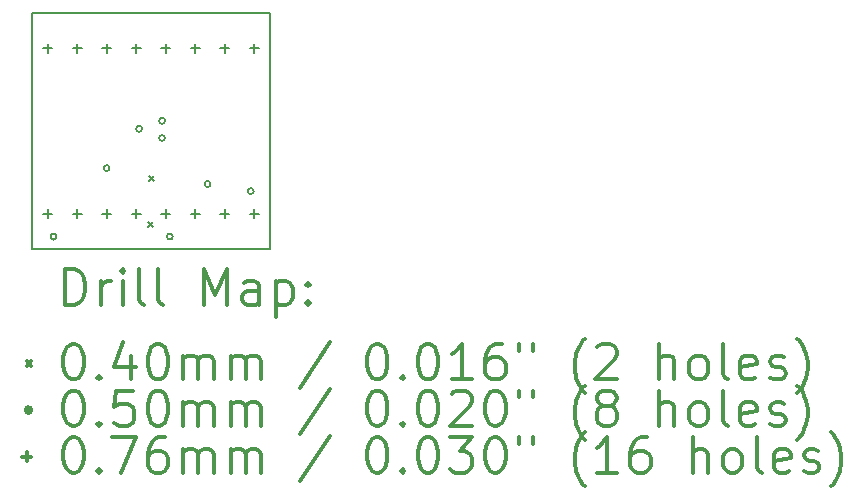
<source format=gbr>
%FSLAX45Y45*%
G04 Gerber Fmt 4.5, Leading zero omitted, Abs format (unit mm)*
G04 Created by KiCad (PCBNEW 5.1.6-c6e7f7d~87~ubuntu19.10.1) date 2020-11-06 01:06:04*
%MOMM*%
%LPD*%
G01*
G04 APERTURE LIST*
%TA.AperFunction,Profile*%
%ADD10C,0.150000*%
%TD*%
%ADD11C,0.200000*%
%ADD12C,0.300000*%
G04 APERTURE END LIST*
D10*
X6677960Y-3605340D02*
X6687960Y-3605340D01*
X6677960Y-5605340D02*
X6677960Y-3605340D01*
X6687960Y-5605340D02*
X6677960Y-5605340D01*
X8687960Y-5605340D02*
X6687960Y-5605340D01*
X8687960Y-3605340D02*
X8687960Y-5605340D01*
X6687960Y-3605340D02*
X8687960Y-3605340D01*
D11*
X7657960Y-5375340D02*
X7697960Y-5415340D01*
X7697960Y-5375340D02*
X7657960Y-5415340D01*
X7667958Y-4990340D02*
X7707958Y-5030340D01*
X7707958Y-4990340D02*
X7667958Y-5030340D01*
X6882960Y-5500340D02*
G75*
G03*
X6882960Y-5500340I-25000J0D01*
G01*
X7332960Y-4920340D02*
G75*
G03*
X7332960Y-4920340I-25000J0D01*
G01*
X7607809Y-4587840D02*
G75*
G03*
X7607809Y-4587840I-25000J0D01*
G01*
X7802960Y-4520340D02*
G75*
G03*
X7802960Y-4520340I-25000J0D01*
G01*
X7802960Y-4665340D02*
G75*
G03*
X7802960Y-4665340I-25000J0D01*
G01*
X7867960Y-5500340D02*
G75*
G03*
X7867960Y-5500340I-25000J0D01*
G01*
X8187960Y-5055340D02*
G75*
G03*
X8187960Y-5055340I-25000J0D01*
G01*
X8552960Y-5115340D02*
G75*
G03*
X8552960Y-5115340I-25000J0D01*
G01*
X6809770Y-3866920D02*
X6809770Y-3943120D01*
X6771670Y-3905020D02*
X6847870Y-3905020D01*
X6809770Y-5266920D02*
X6809770Y-5343120D01*
X6771670Y-5305020D02*
X6847870Y-5305020D01*
X7059770Y-3866920D02*
X7059770Y-3943120D01*
X7021670Y-3905020D02*
X7097870Y-3905020D01*
X7059770Y-5266920D02*
X7059770Y-5343120D01*
X7021670Y-5305020D02*
X7097870Y-5305020D01*
X7309770Y-3866920D02*
X7309770Y-3943120D01*
X7271670Y-3905020D02*
X7347870Y-3905020D01*
X7309770Y-5266920D02*
X7309770Y-5343120D01*
X7271670Y-5305020D02*
X7347870Y-5305020D01*
X7559770Y-3866920D02*
X7559770Y-3943120D01*
X7521670Y-3905020D02*
X7597870Y-3905020D01*
X7559770Y-5266920D02*
X7559770Y-5343120D01*
X7521670Y-5305020D02*
X7597870Y-5305020D01*
X7809770Y-3866920D02*
X7809770Y-3943120D01*
X7771670Y-3905020D02*
X7847870Y-3905020D01*
X7809770Y-5266920D02*
X7809770Y-5343120D01*
X7771670Y-5305020D02*
X7847870Y-5305020D01*
X8059770Y-3866920D02*
X8059770Y-3943120D01*
X8021670Y-3905020D02*
X8097870Y-3905020D01*
X8059770Y-5266920D02*
X8059770Y-5343120D01*
X8021670Y-5305020D02*
X8097870Y-5305020D01*
X8309770Y-3866920D02*
X8309770Y-3943120D01*
X8271670Y-3905020D02*
X8347870Y-3905020D01*
X8309770Y-5266920D02*
X8309770Y-5343120D01*
X8271670Y-5305020D02*
X8347870Y-5305020D01*
X8559770Y-3866920D02*
X8559770Y-3943120D01*
X8521670Y-3905020D02*
X8597870Y-3905020D01*
X8559770Y-5266920D02*
X8559770Y-5343120D01*
X8521670Y-5305020D02*
X8597870Y-5305020D01*
D12*
X6956888Y-6078554D02*
X6956888Y-5778554D01*
X7028317Y-5778554D01*
X7071174Y-5792840D01*
X7099746Y-5821411D01*
X7114031Y-5849983D01*
X7128317Y-5907126D01*
X7128317Y-5949983D01*
X7114031Y-6007126D01*
X7099746Y-6035697D01*
X7071174Y-6064269D01*
X7028317Y-6078554D01*
X6956888Y-6078554D01*
X7256888Y-6078554D02*
X7256888Y-5878554D01*
X7256888Y-5935697D02*
X7271174Y-5907126D01*
X7285460Y-5892840D01*
X7314031Y-5878554D01*
X7342603Y-5878554D01*
X7442603Y-6078554D02*
X7442603Y-5878554D01*
X7442603Y-5778554D02*
X7428317Y-5792840D01*
X7442603Y-5807126D01*
X7456888Y-5792840D01*
X7442603Y-5778554D01*
X7442603Y-5807126D01*
X7628317Y-6078554D02*
X7599746Y-6064269D01*
X7585460Y-6035697D01*
X7585460Y-5778554D01*
X7785460Y-6078554D02*
X7756888Y-6064269D01*
X7742603Y-6035697D01*
X7742603Y-5778554D01*
X8128317Y-6078554D02*
X8128317Y-5778554D01*
X8228317Y-5992840D01*
X8328317Y-5778554D01*
X8328317Y-6078554D01*
X8599746Y-6078554D02*
X8599746Y-5921411D01*
X8585460Y-5892840D01*
X8556888Y-5878554D01*
X8499746Y-5878554D01*
X8471174Y-5892840D01*
X8599746Y-6064269D02*
X8571174Y-6078554D01*
X8499746Y-6078554D01*
X8471174Y-6064269D01*
X8456888Y-6035697D01*
X8456888Y-6007126D01*
X8471174Y-5978554D01*
X8499746Y-5964269D01*
X8571174Y-5964269D01*
X8599746Y-5949983D01*
X8742603Y-5878554D02*
X8742603Y-6178554D01*
X8742603Y-5892840D02*
X8771174Y-5878554D01*
X8828317Y-5878554D01*
X8856888Y-5892840D01*
X8871174Y-5907126D01*
X8885460Y-5935697D01*
X8885460Y-6021411D01*
X8871174Y-6049983D01*
X8856888Y-6064269D01*
X8828317Y-6078554D01*
X8771174Y-6078554D01*
X8742603Y-6064269D01*
X9014031Y-6049983D02*
X9028317Y-6064269D01*
X9014031Y-6078554D01*
X8999746Y-6064269D01*
X9014031Y-6049983D01*
X9014031Y-6078554D01*
X9014031Y-5892840D02*
X9028317Y-5907126D01*
X9014031Y-5921411D01*
X8999746Y-5907126D01*
X9014031Y-5892840D01*
X9014031Y-5921411D01*
X6630460Y-6552840D02*
X6670460Y-6592840D01*
X6670460Y-6552840D02*
X6630460Y-6592840D01*
X7014031Y-6408554D02*
X7042603Y-6408554D01*
X7071174Y-6422840D01*
X7085460Y-6437126D01*
X7099746Y-6465697D01*
X7114031Y-6522840D01*
X7114031Y-6594269D01*
X7099746Y-6651411D01*
X7085460Y-6679983D01*
X7071174Y-6694269D01*
X7042603Y-6708554D01*
X7014031Y-6708554D01*
X6985460Y-6694269D01*
X6971174Y-6679983D01*
X6956888Y-6651411D01*
X6942603Y-6594269D01*
X6942603Y-6522840D01*
X6956888Y-6465697D01*
X6971174Y-6437126D01*
X6985460Y-6422840D01*
X7014031Y-6408554D01*
X7242603Y-6679983D02*
X7256888Y-6694269D01*
X7242603Y-6708554D01*
X7228317Y-6694269D01*
X7242603Y-6679983D01*
X7242603Y-6708554D01*
X7514031Y-6508554D02*
X7514031Y-6708554D01*
X7442603Y-6394269D02*
X7371174Y-6608554D01*
X7556888Y-6608554D01*
X7728317Y-6408554D02*
X7756888Y-6408554D01*
X7785460Y-6422840D01*
X7799746Y-6437126D01*
X7814031Y-6465697D01*
X7828317Y-6522840D01*
X7828317Y-6594269D01*
X7814031Y-6651411D01*
X7799746Y-6679983D01*
X7785460Y-6694269D01*
X7756888Y-6708554D01*
X7728317Y-6708554D01*
X7699746Y-6694269D01*
X7685460Y-6679983D01*
X7671174Y-6651411D01*
X7656888Y-6594269D01*
X7656888Y-6522840D01*
X7671174Y-6465697D01*
X7685460Y-6437126D01*
X7699746Y-6422840D01*
X7728317Y-6408554D01*
X7956888Y-6708554D02*
X7956888Y-6508554D01*
X7956888Y-6537126D02*
X7971174Y-6522840D01*
X7999746Y-6508554D01*
X8042603Y-6508554D01*
X8071174Y-6522840D01*
X8085460Y-6551411D01*
X8085460Y-6708554D01*
X8085460Y-6551411D02*
X8099746Y-6522840D01*
X8128317Y-6508554D01*
X8171174Y-6508554D01*
X8199746Y-6522840D01*
X8214031Y-6551411D01*
X8214031Y-6708554D01*
X8356888Y-6708554D02*
X8356888Y-6508554D01*
X8356888Y-6537126D02*
X8371174Y-6522840D01*
X8399746Y-6508554D01*
X8442603Y-6508554D01*
X8471174Y-6522840D01*
X8485460Y-6551411D01*
X8485460Y-6708554D01*
X8485460Y-6551411D02*
X8499746Y-6522840D01*
X8528317Y-6508554D01*
X8571174Y-6508554D01*
X8599746Y-6522840D01*
X8614031Y-6551411D01*
X8614031Y-6708554D01*
X9199746Y-6394269D02*
X8942603Y-6779983D01*
X9585460Y-6408554D02*
X9614031Y-6408554D01*
X9642603Y-6422840D01*
X9656888Y-6437126D01*
X9671174Y-6465697D01*
X9685460Y-6522840D01*
X9685460Y-6594269D01*
X9671174Y-6651411D01*
X9656888Y-6679983D01*
X9642603Y-6694269D01*
X9614031Y-6708554D01*
X9585460Y-6708554D01*
X9556888Y-6694269D01*
X9542603Y-6679983D01*
X9528317Y-6651411D01*
X9514031Y-6594269D01*
X9514031Y-6522840D01*
X9528317Y-6465697D01*
X9542603Y-6437126D01*
X9556888Y-6422840D01*
X9585460Y-6408554D01*
X9814031Y-6679983D02*
X9828317Y-6694269D01*
X9814031Y-6708554D01*
X9799746Y-6694269D01*
X9814031Y-6679983D01*
X9814031Y-6708554D01*
X10014031Y-6408554D02*
X10042603Y-6408554D01*
X10071174Y-6422840D01*
X10085460Y-6437126D01*
X10099746Y-6465697D01*
X10114031Y-6522840D01*
X10114031Y-6594269D01*
X10099746Y-6651411D01*
X10085460Y-6679983D01*
X10071174Y-6694269D01*
X10042603Y-6708554D01*
X10014031Y-6708554D01*
X9985460Y-6694269D01*
X9971174Y-6679983D01*
X9956888Y-6651411D01*
X9942603Y-6594269D01*
X9942603Y-6522840D01*
X9956888Y-6465697D01*
X9971174Y-6437126D01*
X9985460Y-6422840D01*
X10014031Y-6408554D01*
X10399746Y-6708554D02*
X10228317Y-6708554D01*
X10314031Y-6708554D02*
X10314031Y-6408554D01*
X10285460Y-6451411D01*
X10256888Y-6479983D01*
X10228317Y-6494269D01*
X10656888Y-6408554D02*
X10599746Y-6408554D01*
X10571174Y-6422840D01*
X10556888Y-6437126D01*
X10528317Y-6479983D01*
X10514031Y-6537126D01*
X10514031Y-6651411D01*
X10528317Y-6679983D01*
X10542603Y-6694269D01*
X10571174Y-6708554D01*
X10628317Y-6708554D01*
X10656888Y-6694269D01*
X10671174Y-6679983D01*
X10685460Y-6651411D01*
X10685460Y-6579983D01*
X10671174Y-6551411D01*
X10656888Y-6537126D01*
X10628317Y-6522840D01*
X10571174Y-6522840D01*
X10542603Y-6537126D01*
X10528317Y-6551411D01*
X10514031Y-6579983D01*
X10799746Y-6408554D02*
X10799746Y-6465697D01*
X10914031Y-6408554D02*
X10914031Y-6465697D01*
X11356888Y-6822840D02*
X11342603Y-6808554D01*
X11314031Y-6765697D01*
X11299746Y-6737126D01*
X11285460Y-6694269D01*
X11271174Y-6622840D01*
X11271174Y-6565697D01*
X11285460Y-6494269D01*
X11299746Y-6451411D01*
X11314031Y-6422840D01*
X11342603Y-6379983D01*
X11356888Y-6365697D01*
X11456888Y-6437126D02*
X11471174Y-6422840D01*
X11499746Y-6408554D01*
X11571174Y-6408554D01*
X11599746Y-6422840D01*
X11614031Y-6437126D01*
X11628317Y-6465697D01*
X11628317Y-6494269D01*
X11614031Y-6537126D01*
X11442603Y-6708554D01*
X11628317Y-6708554D01*
X11985460Y-6708554D02*
X11985460Y-6408554D01*
X12114031Y-6708554D02*
X12114031Y-6551411D01*
X12099746Y-6522840D01*
X12071174Y-6508554D01*
X12028317Y-6508554D01*
X11999746Y-6522840D01*
X11985460Y-6537126D01*
X12299746Y-6708554D02*
X12271174Y-6694269D01*
X12256888Y-6679983D01*
X12242603Y-6651411D01*
X12242603Y-6565697D01*
X12256888Y-6537126D01*
X12271174Y-6522840D01*
X12299746Y-6508554D01*
X12342603Y-6508554D01*
X12371174Y-6522840D01*
X12385460Y-6537126D01*
X12399746Y-6565697D01*
X12399746Y-6651411D01*
X12385460Y-6679983D01*
X12371174Y-6694269D01*
X12342603Y-6708554D01*
X12299746Y-6708554D01*
X12571174Y-6708554D02*
X12542603Y-6694269D01*
X12528317Y-6665697D01*
X12528317Y-6408554D01*
X12799746Y-6694269D02*
X12771174Y-6708554D01*
X12714031Y-6708554D01*
X12685460Y-6694269D01*
X12671174Y-6665697D01*
X12671174Y-6551411D01*
X12685460Y-6522840D01*
X12714031Y-6508554D01*
X12771174Y-6508554D01*
X12799746Y-6522840D01*
X12814031Y-6551411D01*
X12814031Y-6579983D01*
X12671174Y-6608554D01*
X12928317Y-6694269D02*
X12956888Y-6708554D01*
X13014031Y-6708554D01*
X13042603Y-6694269D01*
X13056888Y-6665697D01*
X13056888Y-6651411D01*
X13042603Y-6622840D01*
X13014031Y-6608554D01*
X12971174Y-6608554D01*
X12942603Y-6594269D01*
X12928317Y-6565697D01*
X12928317Y-6551411D01*
X12942603Y-6522840D01*
X12971174Y-6508554D01*
X13014031Y-6508554D01*
X13042603Y-6522840D01*
X13156888Y-6822840D02*
X13171174Y-6808554D01*
X13199746Y-6765697D01*
X13214031Y-6737126D01*
X13228317Y-6694269D01*
X13242603Y-6622840D01*
X13242603Y-6565697D01*
X13228317Y-6494269D01*
X13214031Y-6451411D01*
X13199746Y-6422840D01*
X13171174Y-6379983D01*
X13156888Y-6365697D01*
X6670460Y-6968840D02*
G75*
G03*
X6670460Y-6968840I-25000J0D01*
G01*
X7014031Y-6804554D02*
X7042603Y-6804554D01*
X7071174Y-6818840D01*
X7085460Y-6833126D01*
X7099746Y-6861697D01*
X7114031Y-6918840D01*
X7114031Y-6990269D01*
X7099746Y-7047411D01*
X7085460Y-7075983D01*
X7071174Y-7090269D01*
X7042603Y-7104554D01*
X7014031Y-7104554D01*
X6985460Y-7090269D01*
X6971174Y-7075983D01*
X6956888Y-7047411D01*
X6942603Y-6990269D01*
X6942603Y-6918840D01*
X6956888Y-6861697D01*
X6971174Y-6833126D01*
X6985460Y-6818840D01*
X7014031Y-6804554D01*
X7242603Y-7075983D02*
X7256888Y-7090269D01*
X7242603Y-7104554D01*
X7228317Y-7090269D01*
X7242603Y-7075983D01*
X7242603Y-7104554D01*
X7528317Y-6804554D02*
X7385460Y-6804554D01*
X7371174Y-6947411D01*
X7385460Y-6933126D01*
X7414031Y-6918840D01*
X7485460Y-6918840D01*
X7514031Y-6933126D01*
X7528317Y-6947411D01*
X7542603Y-6975983D01*
X7542603Y-7047411D01*
X7528317Y-7075983D01*
X7514031Y-7090269D01*
X7485460Y-7104554D01*
X7414031Y-7104554D01*
X7385460Y-7090269D01*
X7371174Y-7075983D01*
X7728317Y-6804554D02*
X7756888Y-6804554D01*
X7785460Y-6818840D01*
X7799746Y-6833126D01*
X7814031Y-6861697D01*
X7828317Y-6918840D01*
X7828317Y-6990269D01*
X7814031Y-7047411D01*
X7799746Y-7075983D01*
X7785460Y-7090269D01*
X7756888Y-7104554D01*
X7728317Y-7104554D01*
X7699746Y-7090269D01*
X7685460Y-7075983D01*
X7671174Y-7047411D01*
X7656888Y-6990269D01*
X7656888Y-6918840D01*
X7671174Y-6861697D01*
X7685460Y-6833126D01*
X7699746Y-6818840D01*
X7728317Y-6804554D01*
X7956888Y-7104554D02*
X7956888Y-6904554D01*
X7956888Y-6933126D02*
X7971174Y-6918840D01*
X7999746Y-6904554D01*
X8042603Y-6904554D01*
X8071174Y-6918840D01*
X8085460Y-6947411D01*
X8085460Y-7104554D01*
X8085460Y-6947411D02*
X8099746Y-6918840D01*
X8128317Y-6904554D01*
X8171174Y-6904554D01*
X8199746Y-6918840D01*
X8214031Y-6947411D01*
X8214031Y-7104554D01*
X8356888Y-7104554D02*
X8356888Y-6904554D01*
X8356888Y-6933126D02*
X8371174Y-6918840D01*
X8399746Y-6904554D01*
X8442603Y-6904554D01*
X8471174Y-6918840D01*
X8485460Y-6947411D01*
X8485460Y-7104554D01*
X8485460Y-6947411D02*
X8499746Y-6918840D01*
X8528317Y-6904554D01*
X8571174Y-6904554D01*
X8599746Y-6918840D01*
X8614031Y-6947411D01*
X8614031Y-7104554D01*
X9199746Y-6790269D02*
X8942603Y-7175983D01*
X9585460Y-6804554D02*
X9614031Y-6804554D01*
X9642603Y-6818840D01*
X9656888Y-6833126D01*
X9671174Y-6861697D01*
X9685460Y-6918840D01*
X9685460Y-6990269D01*
X9671174Y-7047411D01*
X9656888Y-7075983D01*
X9642603Y-7090269D01*
X9614031Y-7104554D01*
X9585460Y-7104554D01*
X9556888Y-7090269D01*
X9542603Y-7075983D01*
X9528317Y-7047411D01*
X9514031Y-6990269D01*
X9514031Y-6918840D01*
X9528317Y-6861697D01*
X9542603Y-6833126D01*
X9556888Y-6818840D01*
X9585460Y-6804554D01*
X9814031Y-7075983D02*
X9828317Y-7090269D01*
X9814031Y-7104554D01*
X9799746Y-7090269D01*
X9814031Y-7075983D01*
X9814031Y-7104554D01*
X10014031Y-6804554D02*
X10042603Y-6804554D01*
X10071174Y-6818840D01*
X10085460Y-6833126D01*
X10099746Y-6861697D01*
X10114031Y-6918840D01*
X10114031Y-6990269D01*
X10099746Y-7047411D01*
X10085460Y-7075983D01*
X10071174Y-7090269D01*
X10042603Y-7104554D01*
X10014031Y-7104554D01*
X9985460Y-7090269D01*
X9971174Y-7075983D01*
X9956888Y-7047411D01*
X9942603Y-6990269D01*
X9942603Y-6918840D01*
X9956888Y-6861697D01*
X9971174Y-6833126D01*
X9985460Y-6818840D01*
X10014031Y-6804554D01*
X10228317Y-6833126D02*
X10242603Y-6818840D01*
X10271174Y-6804554D01*
X10342603Y-6804554D01*
X10371174Y-6818840D01*
X10385460Y-6833126D01*
X10399746Y-6861697D01*
X10399746Y-6890269D01*
X10385460Y-6933126D01*
X10214031Y-7104554D01*
X10399746Y-7104554D01*
X10585460Y-6804554D02*
X10614031Y-6804554D01*
X10642603Y-6818840D01*
X10656888Y-6833126D01*
X10671174Y-6861697D01*
X10685460Y-6918840D01*
X10685460Y-6990269D01*
X10671174Y-7047411D01*
X10656888Y-7075983D01*
X10642603Y-7090269D01*
X10614031Y-7104554D01*
X10585460Y-7104554D01*
X10556888Y-7090269D01*
X10542603Y-7075983D01*
X10528317Y-7047411D01*
X10514031Y-6990269D01*
X10514031Y-6918840D01*
X10528317Y-6861697D01*
X10542603Y-6833126D01*
X10556888Y-6818840D01*
X10585460Y-6804554D01*
X10799746Y-6804554D02*
X10799746Y-6861697D01*
X10914031Y-6804554D02*
X10914031Y-6861697D01*
X11356888Y-7218840D02*
X11342603Y-7204554D01*
X11314031Y-7161697D01*
X11299746Y-7133126D01*
X11285460Y-7090269D01*
X11271174Y-7018840D01*
X11271174Y-6961697D01*
X11285460Y-6890269D01*
X11299746Y-6847411D01*
X11314031Y-6818840D01*
X11342603Y-6775983D01*
X11356888Y-6761697D01*
X11514031Y-6933126D02*
X11485460Y-6918840D01*
X11471174Y-6904554D01*
X11456888Y-6875983D01*
X11456888Y-6861697D01*
X11471174Y-6833126D01*
X11485460Y-6818840D01*
X11514031Y-6804554D01*
X11571174Y-6804554D01*
X11599746Y-6818840D01*
X11614031Y-6833126D01*
X11628317Y-6861697D01*
X11628317Y-6875983D01*
X11614031Y-6904554D01*
X11599746Y-6918840D01*
X11571174Y-6933126D01*
X11514031Y-6933126D01*
X11485460Y-6947411D01*
X11471174Y-6961697D01*
X11456888Y-6990269D01*
X11456888Y-7047411D01*
X11471174Y-7075983D01*
X11485460Y-7090269D01*
X11514031Y-7104554D01*
X11571174Y-7104554D01*
X11599746Y-7090269D01*
X11614031Y-7075983D01*
X11628317Y-7047411D01*
X11628317Y-6990269D01*
X11614031Y-6961697D01*
X11599746Y-6947411D01*
X11571174Y-6933126D01*
X11985460Y-7104554D02*
X11985460Y-6804554D01*
X12114031Y-7104554D02*
X12114031Y-6947411D01*
X12099746Y-6918840D01*
X12071174Y-6904554D01*
X12028317Y-6904554D01*
X11999746Y-6918840D01*
X11985460Y-6933126D01*
X12299746Y-7104554D02*
X12271174Y-7090269D01*
X12256888Y-7075983D01*
X12242603Y-7047411D01*
X12242603Y-6961697D01*
X12256888Y-6933126D01*
X12271174Y-6918840D01*
X12299746Y-6904554D01*
X12342603Y-6904554D01*
X12371174Y-6918840D01*
X12385460Y-6933126D01*
X12399746Y-6961697D01*
X12399746Y-7047411D01*
X12385460Y-7075983D01*
X12371174Y-7090269D01*
X12342603Y-7104554D01*
X12299746Y-7104554D01*
X12571174Y-7104554D02*
X12542603Y-7090269D01*
X12528317Y-7061697D01*
X12528317Y-6804554D01*
X12799746Y-7090269D02*
X12771174Y-7104554D01*
X12714031Y-7104554D01*
X12685460Y-7090269D01*
X12671174Y-7061697D01*
X12671174Y-6947411D01*
X12685460Y-6918840D01*
X12714031Y-6904554D01*
X12771174Y-6904554D01*
X12799746Y-6918840D01*
X12814031Y-6947411D01*
X12814031Y-6975983D01*
X12671174Y-7004554D01*
X12928317Y-7090269D02*
X12956888Y-7104554D01*
X13014031Y-7104554D01*
X13042603Y-7090269D01*
X13056888Y-7061697D01*
X13056888Y-7047411D01*
X13042603Y-7018840D01*
X13014031Y-7004554D01*
X12971174Y-7004554D01*
X12942603Y-6990269D01*
X12928317Y-6961697D01*
X12928317Y-6947411D01*
X12942603Y-6918840D01*
X12971174Y-6904554D01*
X13014031Y-6904554D01*
X13042603Y-6918840D01*
X13156888Y-7218840D02*
X13171174Y-7204554D01*
X13199746Y-7161697D01*
X13214031Y-7133126D01*
X13228317Y-7090269D01*
X13242603Y-7018840D01*
X13242603Y-6961697D01*
X13228317Y-6890269D01*
X13214031Y-6847411D01*
X13199746Y-6818840D01*
X13171174Y-6775983D01*
X13156888Y-6761697D01*
X6632360Y-7326740D02*
X6632360Y-7402940D01*
X6594260Y-7364840D02*
X6670460Y-7364840D01*
X7014031Y-7200554D02*
X7042603Y-7200554D01*
X7071174Y-7214840D01*
X7085460Y-7229126D01*
X7099746Y-7257697D01*
X7114031Y-7314840D01*
X7114031Y-7386269D01*
X7099746Y-7443411D01*
X7085460Y-7471983D01*
X7071174Y-7486269D01*
X7042603Y-7500554D01*
X7014031Y-7500554D01*
X6985460Y-7486269D01*
X6971174Y-7471983D01*
X6956888Y-7443411D01*
X6942603Y-7386269D01*
X6942603Y-7314840D01*
X6956888Y-7257697D01*
X6971174Y-7229126D01*
X6985460Y-7214840D01*
X7014031Y-7200554D01*
X7242603Y-7471983D02*
X7256888Y-7486269D01*
X7242603Y-7500554D01*
X7228317Y-7486269D01*
X7242603Y-7471983D01*
X7242603Y-7500554D01*
X7356888Y-7200554D02*
X7556888Y-7200554D01*
X7428317Y-7500554D01*
X7799746Y-7200554D02*
X7742603Y-7200554D01*
X7714031Y-7214840D01*
X7699746Y-7229126D01*
X7671174Y-7271983D01*
X7656888Y-7329126D01*
X7656888Y-7443411D01*
X7671174Y-7471983D01*
X7685460Y-7486269D01*
X7714031Y-7500554D01*
X7771174Y-7500554D01*
X7799746Y-7486269D01*
X7814031Y-7471983D01*
X7828317Y-7443411D01*
X7828317Y-7371983D01*
X7814031Y-7343411D01*
X7799746Y-7329126D01*
X7771174Y-7314840D01*
X7714031Y-7314840D01*
X7685460Y-7329126D01*
X7671174Y-7343411D01*
X7656888Y-7371983D01*
X7956888Y-7500554D02*
X7956888Y-7300554D01*
X7956888Y-7329126D02*
X7971174Y-7314840D01*
X7999746Y-7300554D01*
X8042603Y-7300554D01*
X8071174Y-7314840D01*
X8085460Y-7343411D01*
X8085460Y-7500554D01*
X8085460Y-7343411D02*
X8099746Y-7314840D01*
X8128317Y-7300554D01*
X8171174Y-7300554D01*
X8199746Y-7314840D01*
X8214031Y-7343411D01*
X8214031Y-7500554D01*
X8356888Y-7500554D02*
X8356888Y-7300554D01*
X8356888Y-7329126D02*
X8371174Y-7314840D01*
X8399746Y-7300554D01*
X8442603Y-7300554D01*
X8471174Y-7314840D01*
X8485460Y-7343411D01*
X8485460Y-7500554D01*
X8485460Y-7343411D02*
X8499746Y-7314840D01*
X8528317Y-7300554D01*
X8571174Y-7300554D01*
X8599746Y-7314840D01*
X8614031Y-7343411D01*
X8614031Y-7500554D01*
X9199746Y-7186269D02*
X8942603Y-7571983D01*
X9585460Y-7200554D02*
X9614031Y-7200554D01*
X9642603Y-7214840D01*
X9656888Y-7229126D01*
X9671174Y-7257697D01*
X9685460Y-7314840D01*
X9685460Y-7386269D01*
X9671174Y-7443411D01*
X9656888Y-7471983D01*
X9642603Y-7486269D01*
X9614031Y-7500554D01*
X9585460Y-7500554D01*
X9556888Y-7486269D01*
X9542603Y-7471983D01*
X9528317Y-7443411D01*
X9514031Y-7386269D01*
X9514031Y-7314840D01*
X9528317Y-7257697D01*
X9542603Y-7229126D01*
X9556888Y-7214840D01*
X9585460Y-7200554D01*
X9814031Y-7471983D02*
X9828317Y-7486269D01*
X9814031Y-7500554D01*
X9799746Y-7486269D01*
X9814031Y-7471983D01*
X9814031Y-7500554D01*
X10014031Y-7200554D02*
X10042603Y-7200554D01*
X10071174Y-7214840D01*
X10085460Y-7229126D01*
X10099746Y-7257697D01*
X10114031Y-7314840D01*
X10114031Y-7386269D01*
X10099746Y-7443411D01*
X10085460Y-7471983D01*
X10071174Y-7486269D01*
X10042603Y-7500554D01*
X10014031Y-7500554D01*
X9985460Y-7486269D01*
X9971174Y-7471983D01*
X9956888Y-7443411D01*
X9942603Y-7386269D01*
X9942603Y-7314840D01*
X9956888Y-7257697D01*
X9971174Y-7229126D01*
X9985460Y-7214840D01*
X10014031Y-7200554D01*
X10214031Y-7200554D02*
X10399746Y-7200554D01*
X10299746Y-7314840D01*
X10342603Y-7314840D01*
X10371174Y-7329126D01*
X10385460Y-7343411D01*
X10399746Y-7371983D01*
X10399746Y-7443411D01*
X10385460Y-7471983D01*
X10371174Y-7486269D01*
X10342603Y-7500554D01*
X10256888Y-7500554D01*
X10228317Y-7486269D01*
X10214031Y-7471983D01*
X10585460Y-7200554D02*
X10614031Y-7200554D01*
X10642603Y-7214840D01*
X10656888Y-7229126D01*
X10671174Y-7257697D01*
X10685460Y-7314840D01*
X10685460Y-7386269D01*
X10671174Y-7443411D01*
X10656888Y-7471983D01*
X10642603Y-7486269D01*
X10614031Y-7500554D01*
X10585460Y-7500554D01*
X10556888Y-7486269D01*
X10542603Y-7471983D01*
X10528317Y-7443411D01*
X10514031Y-7386269D01*
X10514031Y-7314840D01*
X10528317Y-7257697D01*
X10542603Y-7229126D01*
X10556888Y-7214840D01*
X10585460Y-7200554D01*
X10799746Y-7200554D02*
X10799746Y-7257697D01*
X10914031Y-7200554D02*
X10914031Y-7257697D01*
X11356888Y-7614840D02*
X11342603Y-7600554D01*
X11314031Y-7557697D01*
X11299746Y-7529126D01*
X11285460Y-7486269D01*
X11271174Y-7414840D01*
X11271174Y-7357697D01*
X11285460Y-7286269D01*
X11299746Y-7243411D01*
X11314031Y-7214840D01*
X11342603Y-7171983D01*
X11356888Y-7157697D01*
X11628317Y-7500554D02*
X11456888Y-7500554D01*
X11542603Y-7500554D02*
X11542603Y-7200554D01*
X11514031Y-7243411D01*
X11485460Y-7271983D01*
X11456888Y-7286269D01*
X11885460Y-7200554D02*
X11828317Y-7200554D01*
X11799746Y-7214840D01*
X11785460Y-7229126D01*
X11756888Y-7271983D01*
X11742603Y-7329126D01*
X11742603Y-7443411D01*
X11756888Y-7471983D01*
X11771174Y-7486269D01*
X11799746Y-7500554D01*
X11856888Y-7500554D01*
X11885460Y-7486269D01*
X11899746Y-7471983D01*
X11914031Y-7443411D01*
X11914031Y-7371983D01*
X11899746Y-7343411D01*
X11885460Y-7329126D01*
X11856888Y-7314840D01*
X11799746Y-7314840D01*
X11771174Y-7329126D01*
X11756888Y-7343411D01*
X11742603Y-7371983D01*
X12271174Y-7500554D02*
X12271174Y-7200554D01*
X12399746Y-7500554D02*
X12399746Y-7343411D01*
X12385460Y-7314840D01*
X12356888Y-7300554D01*
X12314031Y-7300554D01*
X12285460Y-7314840D01*
X12271174Y-7329126D01*
X12585460Y-7500554D02*
X12556888Y-7486269D01*
X12542603Y-7471983D01*
X12528317Y-7443411D01*
X12528317Y-7357697D01*
X12542603Y-7329126D01*
X12556888Y-7314840D01*
X12585460Y-7300554D01*
X12628317Y-7300554D01*
X12656888Y-7314840D01*
X12671174Y-7329126D01*
X12685460Y-7357697D01*
X12685460Y-7443411D01*
X12671174Y-7471983D01*
X12656888Y-7486269D01*
X12628317Y-7500554D01*
X12585460Y-7500554D01*
X12856888Y-7500554D02*
X12828317Y-7486269D01*
X12814031Y-7457697D01*
X12814031Y-7200554D01*
X13085460Y-7486269D02*
X13056888Y-7500554D01*
X12999746Y-7500554D01*
X12971174Y-7486269D01*
X12956888Y-7457697D01*
X12956888Y-7343411D01*
X12971174Y-7314840D01*
X12999746Y-7300554D01*
X13056888Y-7300554D01*
X13085460Y-7314840D01*
X13099746Y-7343411D01*
X13099746Y-7371983D01*
X12956888Y-7400554D01*
X13214031Y-7486269D02*
X13242603Y-7500554D01*
X13299746Y-7500554D01*
X13328317Y-7486269D01*
X13342603Y-7457697D01*
X13342603Y-7443411D01*
X13328317Y-7414840D01*
X13299746Y-7400554D01*
X13256888Y-7400554D01*
X13228317Y-7386269D01*
X13214031Y-7357697D01*
X13214031Y-7343411D01*
X13228317Y-7314840D01*
X13256888Y-7300554D01*
X13299746Y-7300554D01*
X13328317Y-7314840D01*
X13442603Y-7614840D02*
X13456888Y-7600554D01*
X13485460Y-7557697D01*
X13499746Y-7529126D01*
X13514031Y-7486269D01*
X13528317Y-7414840D01*
X13528317Y-7357697D01*
X13514031Y-7286269D01*
X13499746Y-7243411D01*
X13485460Y-7214840D01*
X13456888Y-7171983D01*
X13442603Y-7157697D01*
M02*

</source>
